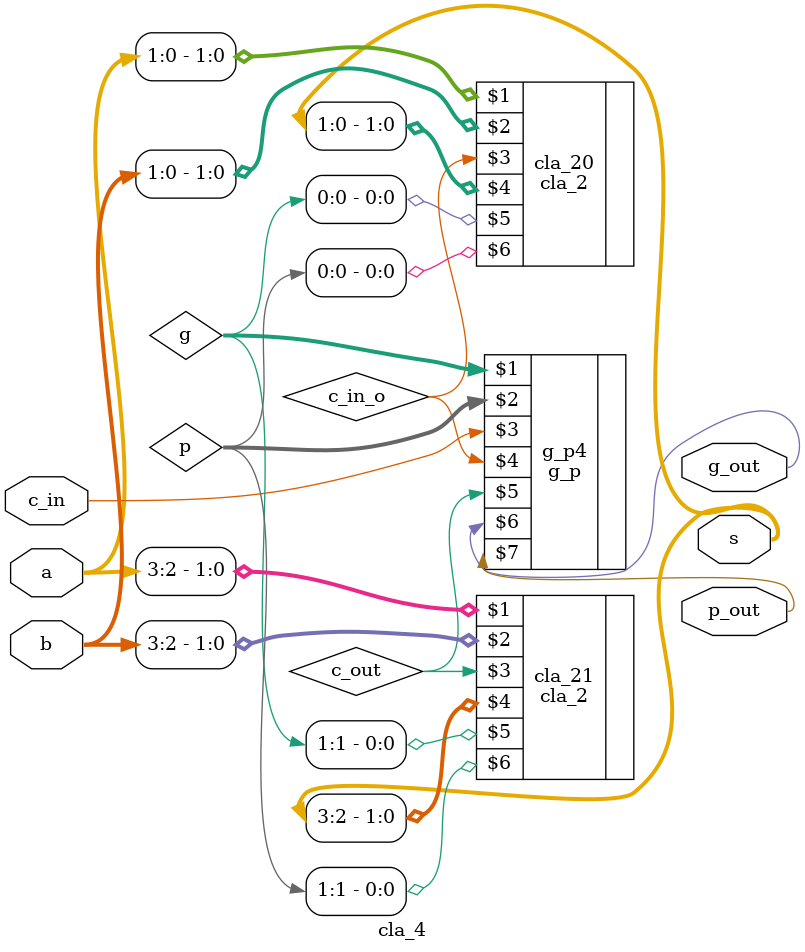
<source format=v>
`timescale 1ns / 1ps
module cla_4(
    input [3:0] a,
    input [3:0] b,
    input c_in,
	 output [3:0] s,
    output g_out,
    output p_out
    );
	 wire [1:0] g,p;
	 wire c_out;
	 wire c_in_o;
	 cla_2 cla_20(a[1:0],b[1:0],c_in_o,s[1:0],g[0],p[0]);
	 cla_2 cla_21(a[3:2],b[3:2],c_out,s[3:2],g[1],p[1]);
	 g_p g_p4(g,p,c_in,c_in_o,c_out,g_out,p_out);

endmodule

</source>
